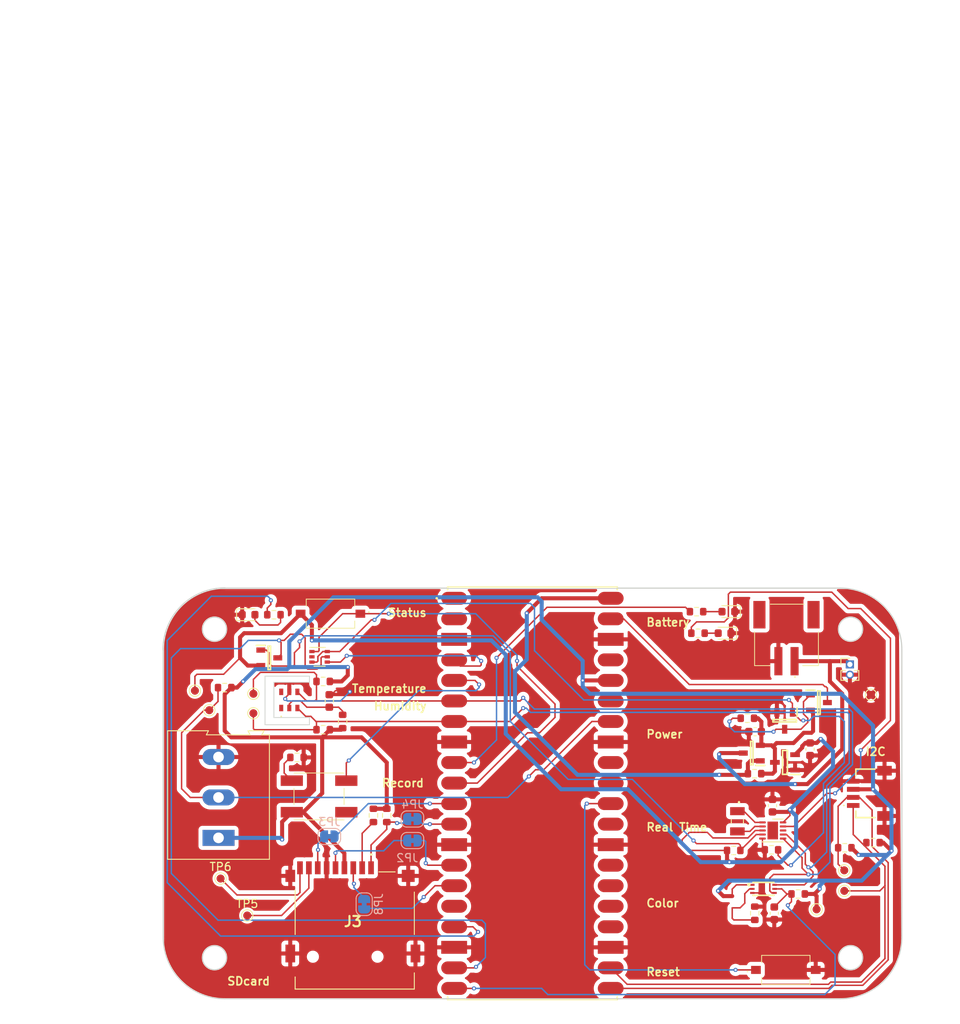
<source format=kicad_pcb>
(kicad_pcb (version 20221018) (generator pcbnew)
  (title_block (title "Picoboard") (rev "v1") (company "Microschool"))
  (layers (0 "F.Cu" signal) (31 "B.Cu" signal) (34 "B.Paste" user) (35 "F.Paste" user) (36 "B.SilkS" user "B.Silkscreen") (37 "F.SilkS" user "F.Silkscreen") (38 "B.Mask" user) (39 "F.Mask" user) (44 "Edge.Cuts" user))
  (net 0 "")
  (net 3 "/HOLD_VSYS_EN")
  (net 4 "/ACT_LED")
  (net 5 "/SWITCH_STATUS")
  (net 6 "/RTC_ALARM")
  (net 7 "/RESET")
  (net 9 "/I2C1_SDA")
  (net 15 "/RUN")
  (net 19 "+3.3V")
  (net 21 "VSYS")
  (net 22 "VBUS")
  (net 23 "GND")
  (net 24 "+BATT")
  (net 26 "Net-(U1-VDD)")
  (net 28 "Net-(Q2-Pad1)")
  (net 29 "Net-(U2-~{INT})")
  (net 30 "V+_A0")
  (net 31 "Net-(U2-OSCI)")
  (net 32 "Net-(U2-OSCO)")
  (net 33 "Net-(D1-A)")
  (net 37 "/VSYS_EN")
  (net 38 "/ALARM_LED")
  (net 39 "Net-(IC2-ADDR)")
  (net 41 "Net-(D2-A)")
  (net 42 "/CS")
  (net 43 "/SCK")
  (net 44 "/SDcard/CARDDET")
  (net 45 "/MISO")
  (net 46 "/MOSI")
  (net 47 "/I2C1_SCL")
  (net 48 "/I2C0_SDA")
  (net 49 "/I2C0_SCL")
  (net 50 "/LDO/VIN")
  (net 51 "Net-(R13-Pad2)")
  (net 52 "/Button")
  (net 53 "Net-(D4-A)")
  (net 54 "/Record")
  (net 55 "/DQ")
  (net 57 "Net-(J3-DAT1)")
  (net 58 "Net-(J3-PadCD1)")
  (net 59 "Net-(J3-DAT0)")
  (net 60 "Net-(J3-CD{slash}DAT3)")
  (footprint "DMN3731U-7:SOT96P240X110-3N" (layer "F.Cu") (at 177.407 88.264 -90)
    (fp_text reference "Q5")
    (fp_text value "DMN3731U-7" hide)
  )
  (footprint "LED_SMD:LED_0603_1608Metric" (layer "F.Cu") (at 169.9645 77.434 180)
    (fp_text reference "D2")
    (fp_text value "RedLED")
  )
  (footprint "TestPoint:TestPoint_Pad_D1.0mm" (layer "F.Cu") (at 111.636 84.927)
    (fp_text reference "TP4")
    (fp_text value "TestPoint")
  )
  (footprint "TestPoint:TestPoint_Pad_D1.0mm" (layer "F.Cu") (at 106.175 86.959)
    (fp_text reference "TP12")
    (fp_text value "TestPoint")
  )
  (footprint "TestPoint:TestPoint_Pad_D1.0mm" (layer "F.Cu") (at 110.874 112.359)
    (fp_text reference "TP5")
    (fp_text value "TestPoint")
  )
  (footprint "Resistor_SMD:R_0603_1608Metric" (layer "F.Cu") (at 117.034 92.801 180)
    (fp_text reference "R13")
    (fp_text value "10K" hide)
  )
  (footprint "Q13FC1350000200:Q13FC1350000200" (layer "F.Cu") (at 171.5536 100.7004 -90)
    (fp_text reference "Y1")
    (fp_text value "Q13FC1350000200" hide)
  )
  (footprint "Resistor_SMD:R_0603_1608Metric" (layer "F.Cu") (at 188.344 103.342)
    (fp_text reference "R4")
    (fp_text value "10K" hide)
  )
  (footprint "Resistor_SMD:R_0603_1608Metric" (layer "F.Cu") (at 173.679 94.812 180)
    (fp_text reference "R16")
    (fp_text value "120K" hide)
  )
  (footprint "Capacitor_SMD:C_0603_1608Metric" (layer "F.Cu") (at 175.897 98.77 90)
    (fp_text reference "C4")
    (fp_text value "1uF" hide)
  )
  (footprint "Resistor_SMD:R_0603_1608Metric" (layer "F.Cu") (at 179.073 109.692)
    (fp_text reference "R8")
    (fp_text value "1K" hide)
  )
  (footprint "DMG2301L-7:SOT96P240X110-3N" (layer "F.Cu") (at 113.605 80.482)
    (fp_text reference "Q3")
    (fp_text value "DMG2301L-7" hide)
  )
  (footprint "TF-115:TF115" (layer "F.Cu") (at 123.952 113.108)
    (fp_text reference "J3")
    (fp_text value "TF-115" hide)
  )
  (footprint "Resistor_SMD:R_0603_1608Metric" (layer "F.Cu") (at 114.176 75.148)
    (fp_text reference "R11" hide)
    (fp_text value "1K" hide)
  )
  (footprint "TestPoint:TestPoint_Pad_D1.0mm" (layer "F.Cu") (at 104.397 84.546)
    (fp_text reference "TP11")
    (fp_text value "TestPoint")
  )
  (footprint "TestPoint:TestPoint_Pad_D1.0mm" (layer "F.Cu") (at 181.359 111.597)
    (fp_text reference "TP9")
    (fp_text value "TestPoint")
  )
  (footprint "AP2138N-3.3TRG1:SOT95P282X145-3N" (layer "F.Cu") (at 177.447 93.414 180)
    (fp_text reference "IC3")
    (fp_text value "AP2138N-3.3TRG1" hide)
  )
  (footprint "Resistor_SMD:R_0603_1608Metric" (layer "F.Cu") (at 171.0964 104.3072)
    (fp_text reference "R2")
    (fp_text value "120K" hide)
  )
  (footprint "DMG2301L-7:SOT96P240X110-3N" (layer "F.Cu") (at 181.647 86.014)
    (fp_text reference "Q2")
    (fp_text value "DMG2301L-7" hide)
  )
  (footprint "Capacitor_SMD:C_0603_1608Metric" (layer "F.Cu") (at 121.034 85.816 90)
    (fp_text reference "C5")
    (fp_text value "0.1uF" hide)
  )
  (footprint "AHT20:AHT20" (layer "F.Cu") (at 116.081 85.689 90)
    (fp_text reference "U1")
    (fp_text value "AHT20" hide)
  )
  (footprint "Capacitor_SMD:C_0603_1608Metric" (layer "F.Cu") (at 180.547 91.785 -90)
    (fp_text reference "C1")
    (fp_text value "1uF" hide)
  )
  (footprint "Capacitor_SMD:C_0603_1608Metric" (layer "F.Cu") (at 173.747 89.614 180)
    (fp_text reference "C3" hide)
    (fp_text value "1uF" hide)
  )
  (footprint "LED_SMD:LED_0603_1608Metric" (layer "F.Cu") (at 111.0385 75.148)
    (fp_text reference "D4" hide)
    (fp_text value "RedLED")
  )
  (footprint "Capacitor_SMD:C_0603_1608Metric" (layer "F.Cu") (at 176.121 112.083 -90)
    (fp_text reference "C6")
    (fp_text value "1uF" hide)
  )
  (footprint "Resistor_SMD:R_0603_1608Metric" (layer "F.Cu") (at 166.677 77.434)
    (fp_text reference "R17")
    (fp_text value "1K" hide)
  )
  (footprint "LED_SMD:LED_0603_1608Metric" (layer "F.Cu") (at 170.437 74.767 180)
    (fp_text reference "D1")
    (fp_text value "WhiteLED")
  )
  (footprint "TestPoint:TestPoint_Pad_D1.0mm" (layer "F.Cu") (at 107.572 107.787)
    (fp_text reference "TP6")
    (fp_text value "TestPoint")
  )
  (footprint "Resistor_SMD:R_0603_1608Metric" (layer "F.Cu") (at 120.272 83.403)
    (fp_text reference "R6")
    (fp_text value "10K" hide)
  )
  (footprint "TS-1101-C-W:TS1101CW" (layer "F.Cu") (at 121.18 75.021 180)
    (fp_text reference "S2")
    (fp_text value "TS-1101-C-W" hide)
  )
  (footprint "TestPoint:TestPoint_Pad_D1.0mm" (layer "F.Cu") (at 184.788 109.311)
    (fp_text reference "TP1")
    (fp_text value "TestPoint")
  )
  (footprint "Resistor_SMD:R_0603_1608Metric" (layer "F.Cu") (at 166.5 74.767)
    (fp_text reference "R7")
    (fp_text value "1K" hide)
  )
  (footprint "TS-1101-C-W:TS1101CW" (layer "F.Cu") (at 177.549 119.09)
    (fp_text reference "S1")
    (fp_text value "TS-1101-C-W" hide)
  )
  (footprint "PICO_W:RASPBERRYPIPICOW" (layer "F.Cu") (at 146.18 97.246)
    (fp_text reference "IC1")
    (fp_text value "RASPBERRY_PI_PICO_W" hide)
  )
  (footprint "Connector_PinHeader_1.27mm:PinHeader_1x02_P1.27mm_Vertical" (layer "F.Cu") (at 185.48 81.296)
    (fp_text reference "J6" hide)
    (fp_text value "Conn_01x02_Pin")
  )
  (footprint "TestPoint:TestPoint_Pad_D1.0mm" (layer "F.Cu") (at 184.788 106.771)
    (fp_text reference "TP2")
    (fp_text value "TestPoint")
  )
  (footprint "Resistor_SMD:R_0603_1608Metric" (layer "F.Cu") (at 128.146 99.977 -90)
    (fp_text reference "R9")
    (fp_text value "47K" hide)
  )
  (footprint "Resistor_SMD:R_0603_1608Metric" (layer "F.Cu") (at 120.272 89.372)
    (fp_text reference "R3")
    (fp_text value "10K" hide)
  )
  (footprint "TestPoint:TestPoint_Pad_D1.0mm" (layer "F.Cu") (at 188.09 85.054 -90)
    (fp_text reference "TP10")
    (fp_text value "TestPoint")
  )
  (footprint "Resistor_SMD:R_0603_1608Metric" (layer "F.Cu") (at 108.08 84.165 180)
    (fp_text reference "R14")
    (fp_text value "4K7")
  )
  (footprint "Resistor_SMD:R_0603_1608Metric" (layer "F.Cu") (at 172.79 87.954)
    (fp_text reference "R1")
    (fp_text value "120K" hide)
  )
  (footprint "Resistor_SMD:R_0603_1608Metric" (layer "F.Cu") (at 184.851 103.977)
    (fp_text reference "R5")
    (fp_text value "10K" hide)
  )
  (footprint "Resistor_SMD:R_0603_1608Metric" (layer "F.Cu") (at 173.708 112.083 -90)
    (fp_text reference "R20")
    (fp_text value "10K" hide)
  )
  (footprint "Resistor_SMD:R_0603_1608Metric" (layer "F.Cu") (at 122.685 88.356 -90)
    (fp_text reference "R12")
    (fp_text value "220" hide)
  )
  (footprint "Package_TO_SOT_SMD:SOT-363_SC-70-6" (layer "F.Cu") (at 119.831 80.355)
    (fp_text reference "D3")
    (fp_text value "1PS88SB48")
  )
  (footprint "Package_DFN_QFN:DFN-10-1EP_2.6x2.6mm_P0.5mm_EP1.3x2.2mm" (layer "F.Cu") (at 175.933 101.84)
    (fp_text reference "U2")
    (fp_text value "PCF85063ATL")
  )
  (footprint "TerminalBlock:TerminalBlock_Altech_AK300-3_P5.00mm" (layer "F.Cu") (at 107.318 102.754 90)
    (fp_text reference "J5")
    (fp_text value "Screw_Terminal_01x03")
  )
  (footprint "SM04B-SRSS-TB:SM04BSRSSTB" (layer "F.Cu") (at 188.18 97.246 90)
    (fp_text reference "J4")
    (fp_text value "SM04B-SRSS-TB" hide)
  )
  (footprint "S2B-PH-SM4-TB(LF)(SN):S2BPHSM4TBLFSN" (layer "F.Cu") (at 177.63 77.646)
    (fp_text reference "J1")
    (fp_text value "S2B-PH-SM4-TB_LF__SN_" hide)
  )
  (footprint "TestPoint:TestPoint_Pad_D1.0mm" (layer "F.Cu") (at 111.636 87.34)
    (fp_text reference "TP3")
    (fp_text value "TestPoint")
  )
  (footprint "SKHUAKE010:SKHUAKE010" (layer "F.Cu") (at 119.764 97.627 180)
    (fp_text reference "S4")
    (fp_text value "SKHUAKE010" hide)
  )
  (footprint "Resistor_SMD:R_0603_1608Metric" (layer "F.Cu") (at 126.495 99.977 -90)
    (fp_text reference "R10")
    (fp_text value "47K" hide)
  )
  (footprint "BH1750:WSOF6" (layer "F.Cu") (at 174.777 109.065)
    (fp_text reference "IC2")
    (fp_text value "BH1750FVI-TR" hide)
  )
  (footprint "Resistor_SMD:R_0603_1608Metric" (layer "F.Cu") (at 175.771 104.231)
    (fp_text reference "R15" hide)
    (fp_text value "620K" hide)
  )
  (footprint "DMG2301L-7:SOT96P240X110-3N" (layer "F.Cu") (at 173.337 92.264 180)
    (fp_text reference "Q1")
    (fp_text value "DMG2301L-7" hide)
  )
  (footprint "Jumper:SolderJumper-2_P1.3mm_Bridged_RoundedPad1.0x1.5mm" (layer "B.Cu") (at 121.034 102.58 180)
    (fp_text reference "JP3")
    (fp_text value "Jumper_2_Bridged")
  )
  (footprint "Jumper:SolderJumper-2_P1.3mm_Bridged_RoundedPad1.0x1.5mm" (layer "B.Cu") (at 125.352 110.962 90)
    (fp_text reference "JP8")
    (fp_text value "Jumper_2_Bridged")
  )
  (footprint "Jumper:SolderJumper-2_P1.3mm_Bridged_RoundedPad1.0x1.5mm" (layer "B.Cu") (at 131.321 103.088 180)
    (fp_text reference "JP2")
    (fp_text value "Jumper_2_Bridged")
  )
  (footprint "Jumper:SolderJumper-2_P1.3mm_Bridged_RoundedPad1.0x1.5mm" (layer "B.Cu") (at 131.321 100.421 180)
    (fp_text reference "JP4")
    (fp_text value "Jumper_2_Bridged")
  )
  (gr_arc (start 191.9125 115.0385) (mid 189.680654 120.426654) (end 184.2925 122.6585) (stroke (width 0.15)) (layer "Edge.Cuts"))
  (gr_line (start 118.576 87.866) (end 118.576 88.766) (stroke (width 0.1)) (layer "Edge.Cuts"))
  (gr_circle (center 106.8225 76.9385) (end 108.3225 76.9385) (stroke (width 0.15)) (fill none) (layer "Edge.Cuts"))
  (gr_line (start 184.2925 122.6585) (end 108.0925 122.6585) (stroke (width 0.15)) (layer "Edge.Cuts"))
  (gr_line (start 118.576 88.766) (end 113.076 88.766) (stroke (width 0.1)) (layer "Edge.Cuts"))
  (gr_line (start 114.176 87.866) (end 118.576 87.866) (stroke (width 0.1)) (layer "Edge.Cuts"))
  (gr_line (start 118.577 82.75) (end 118.576 83.512) (stroke (width 0.1)) (layer "Edge.Cuts"))
  (gr_line (start 118.576 83.512) (end 114.176 83.512) (stroke (width 0.1)) (layer "Edge.Cuts"))
  (gr_arc (start 100.4725 79.4785) (mid 102.704346 74.090346) (end 108.0925 71.8585) (stroke (width 0.2)) (layer "Edge.Cuts"))
  (gr_line (start 100.4725 115.0385) (end 100.4725 79.4785) (stroke (width 0.15)) (layer "Edge.Cuts"))
  (gr_line (start 108.0925 71.8585) (end 184.2925 71.8585) (stroke (width 0.15)) (layer "Edge.Cuts"))
  (gr_line (start 113.076 88.766) (end 113.077 82.75) (stroke (width 0.1)) (layer "Edge.Cuts"))
  (gr_circle (center 185.5625 76.9385) (end 187.0625 76.9385) (stroke (width 0.15)) (fill none) (layer "Edge.Cuts"))
  (gr_line (start 191.9125 79.4785) (end 191.9125 115.0385) (stroke (width 0.15)) (layer "Edge.Cuts"))
  (gr_circle (center 185.5625 117.5785) (end 187.0625 117.5785) (stroke (width 0.15)) (fill none) (layer "Edge.Cuts"))
  (gr_line (start 114.176 83.512) (end 114.176 87.866) (stroke (width 0.1)) (layer "Edge.Cuts"))
  (gr_arc (start 184.2925 71.8585) (mid 189.680654 74.090346) (end 191.9125 79.4785) (stroke (width 0.15)) (layer "Edge.Cuts"))
  (gr_line (start 113.077 82.75) (end 118.577 82.75) (stroke (width 0.1)) (layer "Edge.Cuts"))
  (gr_arc (start 108.0925 122.6585) (mid 102.704346 120.426654) (end 100.4725 115.0385) (stroke (width 0.15)) (layer "Edge.Cuts"))
  (gr_circle (center 106.8225 117.5785) (end 108.3225 117.5785) (stroke (width 0.15)) (fill none) (layer "Edge.Cuts"))
  (gr_text "Record" (at 132.845 95.976) (layer "F.SilkS") (effects (font (size 1 1) (thickness 0.2) bold) (justify right)))
  (gr_text "Reset" (at 160.18 119.344) (layer "F.SilkS") (effects (font (size 1 1) (thickness 0.2) bold) (justify left)))
  (gr_text "Power " (at 160.18 90.515) (layer "F.SilkS") (effects (font (size 1 1) (thickness 0.2) bold) (justify left bottom)))
  (gr_text "Status" (at 133.18 74.894) (layer "F.SilkS") (effects (font (size 1 1) (thickness 0.2) bold) (justify right)))
  (gr_text "Battery" (at 160.18 76.672) (layer "F.SilkS") (effects (font (size 1 1) (thickness 0.2) bold) (justify left bottom)))
  (gr_text "Humidity" (at 133.18 86.451) (layer "F.SilkS") (effects (font (size 1 1) (thickness 0.2) bold) (justify right)))
  (gr_text "I2C" (at 187.328 92.674) (layer "F.SilkS") (effects (font (size 1 1) (thickness 0.2) bold) (justify left bottom)))
  (gr_text "SDcard" (at 113.795 120.487) (layer "F.SilkS") (effects (font (size 1 1) (thickness 0.2) bold) (justify right)))
  (gr_text "Real Time " (at 160.18 101.437) (layer "F.SilkS") (effects (font (size 1 1) (thickness 0.2) bold) (justify left)))
  (gr_text "Color \n" (at 160.18 110.835) (layer "F.SilkS") (effects (font (size 1 1) (thickness 0.2) bold) (justify left)))
  (gr_text "Temperature" (at 133.18 84.292) (layer "F.SilkS") (effects (font (size 1 1) (thickness 0.2) bold) (justify right)))
  (segment (start 139.83 81.371) (end 139.703 81.498) (width 0.18) (layer "F.Cu") (net 3))
  (segment (start 139.703 81.498) (end 137.252 81.498) (width 0.18) (layer "F.Cu") (net 3))
  (segment (start 120.781 81.005) (end 122.416 81.005) (width 0.18) (layer "F.Cu") (net 3))
  (segment (start 139.83 80.863) (end 139.83 81.371) (width 0.18) (layer "F.Cu") (net 3))
  (segment (start 137.252 81.498) (end 136.49 80.736) (width 0.18) (layer "F.Cu") (net 3))
  (segment (start 122.416 81.005) (end 123.193 80.228) (width 0.18) (layer "F.Cu") (net 3))
  (via (at 123.193 80.228) (size 0.508) (drill 0.254) (layers "F.Cu" "B.Cu") (net 3))
  (via (at 139.83 80.863) (size 0.508) (drill 0.254) (layers "F.Cu" "B.Cu") (net 3))
  (segment (start 123.193 80.228) (end 139.195 80.228) (width 0.18) (layer "B.Cu") (net 3))
  (segment (start 139.195 80.228) (end 139.83 80.863) (width 0.18) (layer "B.Cu") (net 3))
  (segment (start 136.49 93.436) (end 138.941 93.436) (width 0.18) (layer "F.Cu") (net 4))
  (segment (start 141.735 80.482) (end 147.991 74.226) (width 0.18) (layer "F.Cu") (net 4))
  (segment (start 165.134 74.226) (end 165.675 74.767) (width 0.18) (layer "F.Cu") (net 4))
  (segment (start 147.991 74.226) (end 165.134 74.226) (width 0.18) (layer "F.Cu") (net 4))
  (via (at 141.735 80.482) (size 0.508) (drill 0.254) (layers "F.Cu" "B.Cu") (net 4))
  (via (at 138.941 93.436) (size 0.508) (drill 0.254) (layers "F.Cu" "B.Cu") (net 4))
  (segment (start 141.735 90.642) (end 138.941 93.436) (width 0.18) (layer "B.Cu") (net 4))
  (segment (start 141.735 80.482) (end 141.735 90.642) (width 0.18) (layer "B.Cu") (net 4))
  (segment (start 119.764 77.942) (end 122.685 75.021) (width 0.18) (layer "F.Cu") (net 5))
  (segment (start 145.580617 89.753) (end 147.069 89.753) (width 0.18) (layer "F.Cu") (net 5))
  (segment (start 119.764 79.593) (end 119.764 77.942) (width 0.18) (layer "F.Cu") (net 5))
  (segment (start 144.275 80.863) (end 144.275 80.99) (width 0.18) (layer "F.Cu") (net 5))
  (segment (start 119.652 79.705) (end 119.764 79.593) (width 0.18) (layer "F.Cu") (net 5))
  (segment (start 148.974 87.848) (end 148.974 86.197) (width 0.18) (layer "F.Cu") (net 5))
  (segment (start 122.685 75.021) (end 124.88 75.021) (width 0.18) (layer "F.Cu") (net 5))
  (segment (start 139.357617 95.976) (end 145.580617 89.753) (width 0.18) (layer "F.Cu") (net 5))
  (segment (start 118.881 79.705) (end 119.652 79.705) (width 0.18) (layer "F.Cu") (net 5))
  (segment (start 148.974 86.197) (end 144.275 81.498) (width 0.18) (layer "F.Cu") (net 5))
  (segment (start 136.49 95.976) (end 139.357617 95.976) (width 0.18) (layer "F.Cu") (net 5))
  (segment (start 124.88 75.021) (end 128.4 75.021) (width 0.18) (layer "F.Cu") (net 5))
  (segment (start 144.275 81.498) (end 144.275 80.863) (width 0.18) (layer "F.Cu") (net 5))
  (segment (start 147.069 89.753) (end 148.974 87.848) (width 0.18) (layer "F.Cu") (net 5))
  (via (at 144.275 80.863) (size 0.508) (drill 0.254) (layers "F.Cu" "B.Cu") (net 5))
  (via (at 128.4 75.021) (size 0.508) (drill 0.254) (layers "F.Cu" "B.Cu") (net 5))
  (segment (start 139.155646 75.021) (end 128.4 75.021) (width 0.18) (layer "B.Cu") (net 5))
  (segment (start 144.275 80.863) (end 144.275 80.140354) (width 0.18) (layer "B.Cu") (net 5))
  (segment (start 144.275 80.140354) (end 139.155646 75.021) (width 0.18) (layer "B.Cu") (net 5))
  (segment (start 120.018 81.371) (end 119.51 81.879) (width 0.18) (layer "F.Cu") (net 6))
  (segment (start 118.367 81.879) (end 118.042 81.554) (width 0.18) (layer "F.Cu") (net 6))
  (segment (start 118.042 81.554) (end 118.042 77.998) (width 0.18) (layer "F.Cu") (net 6))
  (segment (start 117.605 77.561) (end 116.208 77.561) (width 0.18) (layer "F.Cu") (net 6))
  (segment (start 119.51 81.879) (end 118.367 81.879) (width 0.18) (layer "F.Cu") (net 6))
  (segment (start 115.446 78.323) (end 114.811 78.323) (width 0.18) (layer "F.Cu") (net 6))
  (segment (start 120.145 80.355) (end 120.018 80.482) (width 0.18) (layer "F.Cu") (net 6))
  (segment (start 120.018 80.482) (end 120.018 81.371) (width 0.18) (layer "F.Cu") (net 6))
  (segment (start 120.781 80.355) (end 120.145 80.355) (width 0.18) (layer "F.Cu") (net 6))
  (segment (start 115.065 78.577) (end 115.065 80.072) (width 0.18) (layer "F.Cu") (net 6))
  (segment (start 139.068 118.836) (end 139.195 118.709) (width 0.18) (layer "F.Cu") (net 6))
  (segment (start 136.49 118.836) (end 139.068 118.836) (width 0.18) (layer "F.Cu") (net 6))
  (segment (start 116.208 77.561) (end 115.446 78.323) (width 0.18) (layer "F.Cu") (net 6))
  (segment (start 114.811 78.323) (end 115.065 78.577) (width 0.18) (layer "F.Cu") (net 6))
  (segment (start 115.065 80.072) (end 114.655 80.482) (width 0.18) (layer "F.Cu") (net 6))
  (segment (start 118.042 77.998) (end 117.605 77.561) (width 0.18) (layer "F.Cu") (net 6))
  (via (at 139.195 118.709) (size 0.508) (drill 0.254) (layers "F.Cu" "B.Cu") (net 6))
  (via (at 114.811 78.323) (size 0.508) (drill 0.254) (layers "F.Cu" "B.Cu") (net 6))
  (segment (start 109.985 79.339) (end 111.001 78.323) (width 0.18) (layer "B.Cu") (net 6))
  (segment (start 140.357 113.375) (end 139.92 112.938) (width 0.18) (layer "B.Cu") (net 6))
  (segment (start 102.619 79.339) (end 109.985 79.339) (width 0.18) (layer "B.Cu") (net 6))
  (segment (start 111.001 78.323) (end 114.811 78.323) (width 0.18) (layer "B.Cu") (net 6))
  (segment (start 107.247 112.938) (end 107.247 112.923) (width 0.18) (layer "B.Cu") (net 6))
  (segment (start 140.357 117.547) (end 140.357 113.375) (width 0.18) (layer "B.Cu") (net 6))
  (segment (start 139.195 118.709) (end 140.357 117.547) (width 0.18) (layer "B.Cu") (net 6))
  (segment (start 139.92 112.938) (end 107.247 112.938) (width 0.18) (layer "B.Cu") (net 6))
  (segment (start 101.476 107.152) (end 101.476 80.482) (width 0.18) (layer "B.Cu") (net 6))
  (segment (start 101.476 80.482) (end 102.619 79.339) (width 0.18) (layer "B.Cu") (net 6))
  (segment (start 107.247 112.923) (end 101.476 107.152) (width 0.18) (layer "B.Cu") (net 6))
  (segment (start 178.248 110.644) (end 178.248 109.692) (width 0.18) (layer "F.Cu") (net 7))
  (segment (start 176.121 111.308) (end 177.676 109.753) (width 0.18) (layer "F.Cu") (net 7))
  (segment (start 136.49 121.376) (end 138.941 121.376) (width 0.18) (layer "F.Cu") (net 7))
  (segment (start 177.676 109.753) (end 177.676 109.692) (width 0.18) (layer "F.Cu") (net 7))
  (segment (start 177.033 109.065) (end 176.152 109.065) (width 0.18) (layer "F.Cu") (net 7))
  (segment (start 177.041 109.057) (end 177.033 109.065) (width 0.18) (layer "F.Cu") (net 7))
  (segment (start 177.676 109.692) (end 177.041 109.057) (width 0.18) (layer "F.Cu") (net 7))
  (segment (start 178.248 109.692) (end 177.676 109.692) (width 0.18) (layer "F.Cu") (net 7))
  (segment (start 177.803 111.089) (end 178.248 110.644) (width 0.18) (layer "F.Cu") (net 7))
  (via (at 138.941 121.376) (size 0.508) (drill 0.254) (layers "F.Cu" "B.Cu") (net 7))
  (via (at 177.803 111.089) (size 0.508) (drill 0.254) (layers "F.Cu" "B.Cu") (net 7))
  (segment (start 147.323 121.376) (end 138.941 121.376) (width 0.18) (layer "B.Cu") (net 7))
  (segment (start 148.085 122.138) (end 147.323 121.376) (width 0.18) (layer "B.Cu") (net 7))
  (segment (start 177.803 111.343) (end 183.645 117.185) (width 0.18) (layer "B.Cu") (net 7))
  (segment (start 183.645 117.185) (end 183.645 120.868) (width 0.18) (layer "B.Cu") (net 7))
  (segment (start 183.645 120.868) (end 182.375 122.138) (width 0.18) (layer "B.Cu") (net 7))
  (segment (start 182.375 122.138) (end 148.085 122.138) (width 0.18) (layer "B.Cu") (net 7))
  (segment (start 177.803 111.089) (end 177.803 111.343) (width 0.18) (layer "B.Cu") (net 7))
  (segment (start 176.152 109.565) (end 175.813594 109.565) (width 0.18) (layer "F.Cu") (net 9))
  (segment (start 118.208 85.816) (end 117.081 84.689) (width 0.18) (layer "F.Cu") (net 9))
  (segment (start 179.562 106.498) (end 180.343 107.279) (width 0.18) (layer "F.Cu") (net 9))
  (segment (start 179.562 105.194) (end 179.562 106.498) (width 0.18) (layer "F.Cu") (net 9))
  (segment (start 111.636 84.927) (end 111.636 83.149) (width 0.18) (layer "F.Cu") (net 9))
  (segment (start 175.567 109.318406) (end 175.567 107.737) (width 0.18) (layer "F.Cu") (net 9))
  (segment (start 144.656 85.816) (end 145.037 85.435) (width 0.18) (layer "F.Cu") (net 9))
  (segment (start 177.208 102.84) (end 179.562 105.194) (width 0.18) (layer "F.Cu") (net 9))
  (segment (start 136.49 85.816) (end 119.256 85.816) (width 0.18) (layer "F.Cu") (net 9))
  (segment (start 111.636 83.149) (end 112.506 82.279) (width 0.18) (layer "F.Cu") (net 9))
  (segment (start 175.813594 109.565) (end 175.567 109.318406) (width 0.18) (layer "F.Cu") (net 9))
  (segment (start 119.447 85.625) (end 119.256 85.816) (width 0.18) (layer "F.Cu") (net 9))
  (segment (start 119.447 83.403) (end 119.447 85.625) (width 0.18) (layer "F.Cu") (net 9))
  (segment (start 119.148 82.279) (end 119.447 82.578) (width 0.18) (layer "F.Cu") (net 9))
  (segment (start 175.567 107.737) (end 176.025 107.279) (width 0.18) (layer "F.Cu") (net 9))
  (segment (start 176.025 107.279) (end 180.343 107.279) (width 0.18) (layer "F.Cu") (net 9))
  (segment (start 112.506 82.279) (end 119.148 82.279) (width 0.18) (layer "F.Cu") (net 9))
  (segment (start 119.256 85.816) (end 118.208 85.816) (width 0.18) (layer "F.Cu") (net 9))
  (segment (start 136.363 85.816) (end 144.656 85.816) (width 0.18) (layer "F.Cu") (net 9))
  (segment (start 119.447 82.578) (end 119.447 83.403) (width 0.18) (layer "F.Cu") (net 9))
  (via (at 180.343 107.279) (size 0.508) (drill 0.254) (layers "F.Cu" "B.Cu") (net 9))
  (via (at 145.037 85.435) (size 0.508) (drill 0.254) (layers "F.Cu" "B.Cu") (net 9))
  (segment (start 146.415 86.813) (end 185.404 86.813) (width 0.18) (layer "B.Cu") (net 9))
  (segment (start 185.804 93.69) (end 183.01 96.484) (width 0.18) (layer "B.Cu") (net 9))
  (segment (start 183.01 96.484) (end 183.01 105.755) (width 0.18) (layer "B.Cu") (net 9))
  (segment (start 145.037 85.435) (end 146.415 86.813) (width 0.18) (layer "B.Cu") (net 9))
  (segment (start 185.404 86.813) (end 185.804 87.213) (width 0.18) (layer "B.Cu") (net 9))
  (segment (start 185.804 87.213) (end 185.804 93.69) (width 0.18) (layer "B.Cu") (net 9))
  (segment (start 181.486 107.279) (end 180.343 107.279) (width 0.18) (layer "B.Cu") (net 9))
  (segment (start 183.01 105.755) (end 181.486 107.279) (width 0.18) (layer "B.Cu") (net 9))
  (segment (start 152.911 98.516) (end 155.87 98.516) (width 0.18) (layer "F.Cu") (net 15))
  (segment (start 173.849 119.09) (end 171.326 119.09) (width 0.18) (layer "F.Cu") (net 15))
  (via (at 171.326 119.09) (size 0.508) (drill 0.254) (layers "F.Cu" "B.Cu") (net 15))
  (via (at 152.911 98.516) (size 0.508) (drill 0.254) (layers "F.Cu" "B.Cu") (net 15))
  (segment (start 153.292 119.09) (end 152.657 118.455) (width 0.18) (layer "B.Cu") (net 15))
  (segment (start 171.326 119.09) (end 153.292 119.09) (width 0.18) (layer "B.Cu") (net 15))
  (segment (start 152.657 118.455) (end 152.657 98.77) (width 0.18) (layer "B.Cu") (net 15))
  (segment (start 152.657 98.77) (end 152.911 98.516) (width 0.18) (layer "B.Cu") (net 15))
  (segment (start 122.558 83.403) (end 123.32 82.641) (width 0.5) (layer "F.Cu") (net 19))
  (segment (start 173.402 108.565) (end 171.437 108.565) (width 0.18) (layer "F.Cu") (net 19))
  (segment (start 115.192 100.774) (end 115.192 102.961) (width 0.5) (layer "F.Cu") (net 19))
  (segment (start 181.359 109.946) (end 181.359 111.597) (width 0.5) (layer "F.Cu") (net 19))
  (segment (start 181.105 109.692) (end 181.359 109.946) (width 0.5) (layer "F.Cu") (net 19))
  (segment (start 188.336 96.746) (end 188.344 96.738) (width 0.5) (layer "F.Cu") (net 19))
  (segment (start 116.389 99.577) (end 117.814 99.577) (width 0.5) (layer "F.Cu") (net 19))
  (segment (start 122.902 104.665) (end 117.814 99.577) (width 0.5) (layer "F.Cu") (net 19))
  (segment (start 120.152 97.239) (end 120.152 90.317) (width 0.5) (layer "F.Cu") (net 19))
  (segment (start 121.097 89.372) (end 122.494 89.372) (width 0.5) (layer "F.Cu") (net 19))
  (segment (start 185.893 96.746) (end 188.336 96.746) (width 0.5) (layer "F.Cu") (net 19))
  (segment (start 120.152 90.317) (end 108.898 90.317) (width 0.5) (layer "F.Cu") (net 19))
  (segment (start 123.32 82.641) (end 123.32 81.625) (width 0.5) (layer "F.Cu") (net 19))
  (segment (start 108.08 89.499) (end 108.08 84.99) (width 0.5) (layer "F.Cu") (net 19))
  (segment (start 116.389 99.577) (end 115.192 100.774) (width 0.5) (layer "F.Cu") (net 19))
  (segment (start 171.437 108.565) (end 170.914 109.088) (width 0.18) (layer "F.Cu") (net 19))
  (segment (start 185.676 103.977) (end 185.677 103.977) (width 0.5) (layer "F.Cu") (net 19))
  (segment (start 109.604 84.165) (end 110.366 83.403) (width 0.5) (layer "F.Cu") (net 19))
  (segment (start 189.614 103.342) (end 190.63 104.358) (width 0.5) (layer "F.Cu") (net 19))
  (segment (start 125.027 90.317) (end 128.146 93.436) (width 0.5) (layer "F.Cu") (net 19))
  (segment (start 169.167 109.311) (end 169.817 109.961) (width 0.5) (layer "F.Cu") (net 19))
  (segment (start 155.87 83.276) (end 152.403 83.276) (width 0.5) (layer "F.Cu") (net 19))
  (segment (start 185.677 103.977) (end 186.566 104.866) (width 0.5) (layer "F.Cu") (net 19))
  (segment (start 169.817 109.961) (end 170.914 109.961) (width 0.5) (layer "F.Cu") (net 19))
  (segment (start 108.08 84.99) (end 108.905 84.165) (width 0.5) (layer "F.Cu") (net 19))
  (segment (start 128.146 93.436) (end 128.146 99.152) (width 0.5) (layer "F.Cu") (net 19))
  (segment (start 120.152 90.317) (end 125.027 90.317) (width 0.5) (layer "F.Cu") (net 19))
  (segment (start 121.097 89.372) (end 120.152 90.317) (width 0.5) (layer "F.Cu") (net 19))
  (segment (start 179.898 109.692) (end 181.105 109.692) (width 0.5) (layer "F.Cu") (net 19))
  (segment (start 121.097 83.403) (end 122.558 83.403) (width 0.5) (layer "F.Cu") (net 19))
  (segment (start 117.814 99.577) (end 120.152 97.239) (width 0.5) (layer "F.Cu") (net 19))
  (segment (start 122.494 89.372) (end 122.685 89.181) (width 0.5) (layer "F.Cu") (net 19))
  (segment (start 189.169 103.342) (end 189.614 103.342) (width 0.5) (layer "F.Cu") (net 19))
  (segment (start 181.105 109.692) (end 181.74 109.057) (width 0.5) (layer "F.Cu") (net 19))
  (segment (start 122.902 106.458) (end 122.902 104.665) (width 0.5) (layer "F.Cu") (net 19))
  (segment (start 170.914 109.088) (end 170.914 109.961) (width 0.18) (layer "F.Cu") (net 19))
  (segment (start 108.898 90.317) (end 108.08 89.499) (width 0.5) (layer "F.Cu") (net 19))
  (segment (start 108.905 84.165) (end 109.604 84.165) (width 0.5) (layer "F.Cu") (net 19))
  (segment (start 126.495 99.152) (end 128.146 99.152) (width 0.5) (layer "F.Cu") (net 19))
  (via (at 190.63 104.358) (size 0.508) (drill 0.254) (layers "F.Cu" "B.Cu") (net 19))
  (via (at 181.74 109.057) (size 0.508) (drill 0.254) (layers "F.Cu" "B.Cu") (net 19))
  (via (at 188.344 96.738) (size 0.508) (drill 0.254) (layers "F.Cu" "B.Cu") (net 19))
  (via (at 152.403 83.276) (size 0.508) (drill 0.254) (layers "F.Cu" "B.Cu") (net 19))
  (via (at 115.192 102.961) (size 0.508) (drill 0.254) (layers "F.Cu" "B.Cu") (net 19))
  (via (at 169.167 109.311) (size 0.508) (drill 0.254) (layers "F.Cu" "B.Cu") (net 19))
  (via (at 186.566 104.866) (size 0.508) (drill 0.254) (layers "F.Cu" "B.Cu") (net 19))
  (via (at 110.366 83.403) (size 0.508) (drill 0.254) (layers "F.Cu" "B.Cu") (net 19))
  (via (at 123.32 81.625) (size 0.508) (drill 0.254) (layers "F.Cu" "B.Cu") (net 19))
  (segment (start 188.344 96.738) (end 188.344 88.864) (width 0.5) (layer "B.Cu") (net 19))
  (segment (start 152.403 80.855109) (end 147.323 75.775109) (width 0.5) (layer "B.Cu") (net 19))
  (segment (start 181.74 109.057) (end 181.74 108.676) (width 0.5) (layer "B.Cu") (net 19))
  (segment (start 188.344 88.864) (end 184.407 84.927) (width 0.5) (layer "B.Cu") (net 19))
  (segment (start 116.081 81.625) (end 123.32 81.625) (width 0.5) (layer "B.Cu") (net 19))
  (segment (start 146.815 72.989) (end 121.542 72.989) (width 0.5) (layer "B.Cu") (net 19))
  (segment (start 182.375 108.041) (end 186.947 108.041) (width 0.5) (layer "B.Cu") (net 19))
  (segment (start 190.63 99.024) (end 188.344 96.738) (width 0.5) (layer "B.Cu") (net 19))
  (segment (start 147.323 75.775109) (end 147.323 73.751) (width 0.5) (layer "B.Cu") (net 19))
  (segment (start 115.827 81.879) (end 111.89 81.879) (width 0.5) (layer "B.Cu") (net 19))
  (segment (start 169.167 109.311) (end 170.437 108.041) (width 0.5) (layer "B.Cu") (net 19))
  (segment (start 170.437 108.041) (end 182.375 108.041) (width 0.5) (layer "B.Cu") (net 19))
  (segment (start 119.129 75.402) (end 116.081 78.45) (width 0.5) (layer "B.Cu") (net 19))
  (segment (start 181.74 108.676) (end 182.375 108.041) (width 0.5) (layer "B.Cu") (net 19))
  (segment (start 153.292 84.927) (end 152.403 84.038) (width 0.5) (layer "B.Cu") (net 19))
  (segment (start 107.318 102.754) (end 114.985 102.754) (width 0.5) (layer "B.Cu") (net 19))
  (segment (start 190.63 104.358) (end 190.63 99.024) (width 0.5) (layer "B.Cu") (net 19))
  (segment (start 147.323 73.751) (end 147.323 73.497) (width 0.5) (layer "B.Cu") (net 19))
  (segment (start 152.403 83.276) (end 152.403 80.855109) (width 0.5) (layer "B.Cu") (net 19))
  (segment (start 147.323 73.497) (end 146.815 72.989) (width 0.5) (layer "B.Cu") (net 19))
  (segment (start 114.985 102.754) (end 115.192 102.961) (width 0.5) (layer "B.Cu") (net 19))
  (segment (start 186.566 104.866) (end 190.122 104.866) (width 0.5) (layer "B.Cu") (net 19))
  (segment (start 152.403 84.038) (end 152.403 83.276) (width 0.5) (layer "B.Cu") (net 19))
  (segment (start 184.407 84.927) (end 153.292 84.927) (width 0.5) (layer "B.Cu") (net 19))
  (segment (start 186.947 108.041) (end 190.63 104.358) (width 0.5) (layer "B.Cu") (net 19))
  (segment (start 116.081 81.625) (end 115.827 81.879) (width 0.5) (layer "B.Cu") (net 19))
  (segment (start 111.89 81.879) (end 110.366 83.403) (width 0.5) (layer "B.Cu") (net 19))
  (segment (start 190.122 104.866) (end 190.63 104.358) (width 0.5) (layer "B.Cu") (net 19))
  (segment (start 121.542 72.989) (end 119.129 75.402) (width 0.5) (layer "B.Cu") (net 19))
  (segment (start 116.081 78.45) (end 116.081 81.625) (width 0.5) (layer "B.Cu") (net 19))
  (segment (start 182.375 84.038) (end 182.502 84.038) (width 0.18) (layer "F.Cu") (net 21))
  (segment (start 182.697 84.233) (end 182.502 84.038) (width 0.18) (layer "F.Cu") (net 21))
  (segment (start 155.87 75.656) (end 157.47 75.656) (width 0.18) (layer "F.Cu") (net 21))
  (segment (start 182.697 86.014) (end 182.697 84.233) (width 0.18) (layer "F.Cu") (net 21))
  (segment (start 165.598 83.784) (end 182.121 83.784) (width 0.18) (layer "F.Cu") (net 21))
  (segment (start 157.47 75.656) (end 165.598 83.784) (width 0.18) (layer "F.Cu") (net 21))
  (segment (start 182.121 83.784) (end 182.375 84.038) (width 0.18) (layer "F.Cu") (net 21))
  (segment (start 173.189 93.224) (end 172.85 93.563) (width 0.5) (layer "F.Cu") (net 22))
  (segment (start 169.294 94.96) (end 172.706 94.96) (width 0.5) (layer "F.Cu") (net 22))
  (segment (start 145.4815 74.9575) (end 147.323 73.116) (width 0.5) (layer "F.Cu") (net 22))
  (segment (start 174.387 93.224) (end 173.189 93.224) (width 0.5) (layer "F.Cu") (net 22))
  (segment (start 147.323 73.116) (end 155.87 73.116) (width 0.5) (layer "F.Cu") (net 22))
  (segment (start 172.706 94.96) (end 172.854 94.812) (width 0.5) (layer "F.Cu") (net 22))
  (segment (start 172.854 93.567) (end 172.854 94.812) (width 0.5) (layer "F.Cu") (net 22))
  (segment (start 172.85 93.563) (end 172.854 93.567) (width 0.5) (layer "F.Cu") (net 22))
  (via (at 169.294 94.96) (size 0.508) (drill 0.254) (layers "F.Cu" "B.Cu") (net 22))
  (via (at 145.4815 74.9575) (size 0.508) (drill 0.254) (layers "F.Cu" "B.Cu") (net 22))
  (segment (start 169.294 94.96) (end 151.760109 94.96) (width 0.5) (layer "B.Cu") (net 22))
  (segment (start 144.021 82.140891) (end 145.4815 80.680391) (width 0.5) (layer "B.Cu") (net 22))
  (segment (start 144.021 87.220891) (end 144.021 82.140891) (width 0.5) (layer "B.Cu") (net 22))
  (segment (start 145.4815 80.680391) (end 145.4815 74.9575) (width 0.5) (layer "B.Cu") (net 22))
  (segment (start 151.760109 94.96) (end 144.021 87.220891) (width 0.5) (layer "B.Cu") (net 22))
  (segment (start 174.658 102.84) (end 174.658 103.943) (width 0.18) (layer "F.Cu") (net 23))
  (segment (start 121.301 85.041) (end 121.796 84.546) (width 0.18) (layer "F.Cu") (net 23))
  (segment (start 121.034 85.041) (end 121.301 85.041) (width 0.18) (layer "F.Cu") (net 23))
  (segment (start 173.708 111.258) (end 174.797 111.258) (width 0.18) (layer "F.Cu") (net 23))
  (segment (start 115.573 85.562) (end 115.573 85.435) (width 0.18) (layer "F.Cu") (net 23))
  (segment (start 173.402 109.565) (end 174.374 109.565) (width 0.18) (layer "F.Cu") (net 23))
  (segment (start 175.009 112.867) (end 175.018 112.858) (width 0.18) (layer "F.Cu") (net 23))
  (segment (start 174.797 111.258) (end 174.882 111.343) (width 0.18) (layer "F.Cu") (net 23))
  (segment (start 174.658 103.943) (end 174.946 104.231) (width 0.18) (layer "F.Cu") (net 23))
  (segment (start 174.882 112.74) (end 175.009 112.867) (width 0.18) (layer "F.Cu") (net 23))
  (segment (start 123.447 84.546) (end 123.574 84.673) (width 0.18) (layer "F.Cu") (net 23))
  (segment (start 121.796 84.546) (end 123.447 84.546) (width 0.18) (layer "F.Cu") (net 23))
  (segment (start 174.882 111.343) (end 174.882 112.74) (width 0.18) (layer "F.Cu") (net 23))
  (segment (start 175.018 112.858) (end 176.121 112.858) (width 0.18) (layer "F.Cu") (net 23))
  (segment (start 116.081 84.927) (end 116.081 84.689) (width 0.18) (layer "F.Cu") (net 23))
  (segment (start 115.573 85.435) (end 116.081 84.927) (width 0.18) (layer "F.Cu") (net 23))
  (via (at 115.573 85.562) (size 0.508) (drill 0.254) (layers "F.Cu" "B.Cu") (net 23))
  (via (at 123.574 84.673) (size 0.508) (drill 0.254) (layers "F.Cu" "B.Cu") (net 23))
  (segment (start 115.573 85.562) (end 115.827 85.816) (width 0.18) (layer "B.Cu") (net 23))
  (segment (start 122.431 85.816) (end 123.574 84.673) (width 0.18) (layer "B.Cu") (net 23))
  (segment (start 115.827 85.816) (end 122.431 85.816) (width 0.18) (layer "B.Cu") (net 23))
  (segment (start 184.534 91.785) (end 180.216 96.103) (width 0.5) (layer "F.Cu") (net 24))
  (segment (start 185.08 80.896) (end 185.48 81.296) (width 0.5) (layer "F.Cu") (net 24))
  (segment (start 172.287 92.264) (end 169.45 92.264) (width 0.5) (layer "F.Cu") (net 24))
  (segment (start 184.534 84.927) (end 184.534 91.785) (width 0.5) (layer "F.Cu") (net 24))
  (segment (start 183.01 83.403) (end 184.534 84.927) (width 0.5) (layer "F.Cu") (net 24))
  (segment (start 183.01 80.896) (end 185.08 80.896) (width 0.5) (layer "F.Cu") (net 24))
  (segment (start 183.01 80.896) (end 183.01 83.403) (width 0.5) (layer "F.Cu") (net 24))
  (segment (start 180.216 96.103) (end 178.692 96.103) (width 0.5) (layer "F.Cu") (net 24))
  (segment (start 169.45 92.264) (end 169.294 92.42) (width 0.5) (layer "F.Cu") (net 24))
  (segment (start 178.63 80.896) (end 183.01 80.896) (width 0.5) (layer "F.Cu") (net 24))
  (segment (start 178.692 96.103) (end 178.819 96.103) (width 0.5) (layer "F.Cu") (net 24))
  (via (at 169.294 92.42) (size 0.508) (drill 0.254) (layers "F.Cu" "B.Cu") (net 24))
  (via (at 178.692 96.103) (size 0.508) (drill 0.254) (layers "F.Cu" "B.Cu") (net 24))
  (segment (start 169.294 92.928) (end 169.294 92.42) (width 0.5) (layer "B.Cu") (net 24))
  (segment (start 170.183 93.817) (end 169.294 92.928) (width 0.5) (layer "B.Cu") (net 24))
  (segment (start 172.469 96.103) (end 170.183 93.817) (width 0.5) (layer "B.Cu") (net 24))
  (segment (start 178.692 96.103) (end 172.469 96.103) (width 0.5) (layer "B.Cu") (net 24))
  (segment (start 116.081 86.197) (end 116.462 85.816) (width 0.18) (layer "F.Cu") (net 26))
  (segment (start 116.081 86.689) (end 116.081 86.197) (width 0.18) (layer "F.Cu") (net 26))
  (segment (start 122.685 87.531) (end 122.685 87.086) (width 0.18) (layer "F.Cu") (net 26))
  (segment (start 118.253 86.591) (end 121.034 86.591) (width 0.18) (layer "F.Cu") (net 26))
  (segment (start 122.177 86.578) (end 122.164 86.591) (width 0.18) (layer "F.Cu") (net 26))
  (segment (start 122.164 86.591) (end 121.034 86.591) (width 0.18) (layer "F.Cu") (net 26))
  (segment (start 117.478 85.816) (end 118.253 86.591) (width 0.18) (layer "F.Cu") (net 26))
  (segment (start 122.685 87.086) (end 122.177 86.578) (width 0.18) (layer "F.Cu") (net 26))
  (segment (start 116.462 85.816) (end 117.478 85.816) (width 0.18) (layer "F.Cu") (net 26))
  (segment (start 180.272 88.462617) (end 179.420617 89.314) (width 0.18) (layer "F.Cu") (net 28))
  (segment (start 171.965 87.954) (end 170.966 87.954) (width 0.18) (layer "F.Cu") (net 28))
  (segment (start 177.407 89.314) (end 176.337 89.314) (width 0.18) (layer "F.Cu") (net 28))
  (segment (start 179.737 87.427406) (end 180.272 87.962406) (width 0.18) (layer "F.Cu") (net 28))
  (segment (start 180.272 87.962406) (end 180.272 88.462617) (width 0.18) (layer "F.Cu") (net 28))
  (segment (start 180.597 85.054) (end 179.737 85.914) (width 0.18) (layer "F.Cu") (net 28))
  (segment (start 176.337 89.314) (end 176.025 89.626) (width 0.18) (layer "F.Cu") (net 28))
  (segment (start 170.966 87.954) (end 170.564 88.356) (width 0.18) (layer "F.Cu") (net 28))
  (segment (start 179.737 85.914) (end 179.737 87.427406) (width 0.18) (layer "F.Cu") (net 28))
  (segment (start 179.420617 89.314) (end 177.407 89.314) (width 0.18) (layer "F.Cu") (net 28))
  (via (at 170.564 88.356) (size 0.508) (drill 0.254) (layers "F.Cu" "B.Cu") (net 28))
  (via (at 176.025 89.626) (size 0.508) (drill 0.254) (layers "F.Cu" "B.Cu") (net 28))
  (segment (start 170.818 89.245) (end 170.564 88.991) (width 0.18) (layer "B.Cu") (net 28))
  (segment (start 171.199 89.626) (end 170.818 89.245) (width 0.18) (layer "B.Cu") (net 28))
  (segment (start 176.025 89.626) (end 171.199 89.626) (width 0.18) (layer "B.Cu") (net 28))
  (segment (start 170.564 88.991) (end 170.564 88.356) (width 0.18) (layer "B.Cu") (net 28))
  (segment (start 174.658 102.34) (end 173.8886 102.34) (width 0.18) (layer "F.Cu") (net 29))
  (segment (start 171.9214 103.6834) (end 171.707 103.469) (width 0.18) (layer "F.Cu") (net 29))
  (segment (start 173.8886 102.34) (end 171.9214 104.3072) (width 0.18) (layer "F.Cu") (net 29))
  (segment (start 116.716 81.371) (end 116.589 81.498) (width 0.18) (layer "F.Cu") (net 29))
  (segment (start 117.351 78.45) (end 117.351 79.212) (width 0.18) (layer "F.Cu") (net 29))
  (segment (start 116.589 81.498) (end 113.922 81.498) (width 0.18) (layer "F.Cu") (net 29))
  (segment (start 171.9214 104.3072) (end 171.9214 103.6834) (width 0.18) (layer "F.Cu") (net 29))
  (segment (start 113.216 79.522) (end 112.555 79.522) (width 0.18) (layer "F.Cu") (net 29))
  (segment (start 116.716 79.847) (end 116.716 81.371) (width 0.18) (layer "F.Cu") (net 29))
  (segment (start 166.5 103.469) (end 166.119 103.088) (width 0.18) (layer "F.Cu") (net 29))
  (segment (start 117.351 79.212) (end 116.716 79.847) (width 0.18) (layer "F.Cu") (net 29))
  (segment (start 113.541 81.117) (end 113.541 79.847) (width 0.18) (layer "F.Cu") (net 29))
  (segment (start 113.541 79.847) (end 113.216 79.522) (width 0.18) (layer "F.Cu") (net 29))
  (segment (start 171.707 103.469) (end 166.5 103.469) (width 0.18) (layer "F.Cu") (net 29))
  (segment (start 113.922 81.498) (end 113.541 81.117) (width 0.18) (layer "F.Cu") (net 29))
  (via (at 166.119 103.088) (size 0.508) (drill 0.254) (layers "F.Cu" "B.Cu") (net 29))
  (via (at 117.351 78.45) (size 0.508) (drill 0.254) (layers "F.Cu" "B.Cu") (net 29))
  (segment (start 158.551 95.52) (end 166.119 103.088) (width 0.18) (layer "B.Cu") (net 29))
  (segment (start 117.351 78.45) (end 118.042 77.759) (width 0.18) (layer "B.Cu") (net 29))
  (segment (start 118.042 77.759) (end 141.32796 77.759) (width 0.18) (layer "B.Cu") (net 29))
  (segment (start 143.438 79.86904) (end 143.438 88.356) (width 0.18) (layer "B.Cu") (net 29))
  (segment (start 141.32796 77.759) (end 143.438 79.86904) (width 0.18) (layer "B.Cu") (net 29))
  (segment (start 150.602 95.52) (end 158.551 95.52) (width 0.18) (layer "B.Cu") (net 29))
  (segment (start 143.438 88.356) (end 150.602 95.52) (width 0.18) (layer "B.Cu") (net 29))
  (segment (start 174.658 101.84) (end 173.774686 101.84) (width 0.18) (layer "F.Cu") (net 30))
  (segment (start 173.774686 101.84) (end 172.854286 102.7604) (width 0.18) (layer "F.Cu") (net 30))
  (segment (start 168.516086 102.7604) (end 167.827686 102.072) (width 0.18) (layer "F.Cu") (net 30))
  (segment (start 179.581 91.404) (end 179.975 91.01) (width 0.5) (layer "F.Cu") (net 30))
  (segment (start 107.953 82.514) (end 109.985 80.482) (width 0.18) (layer "F.Cu") (net 30))
  (segment (start 104.651 82.514) (end 107.953 82.514) (width 0.18) (layer "F.Cu") (net 30))
  (segment (start 177.208 100.84) (end 178.057 99.991) (width 0.18) (layer "F.Cu") (net 30))
  (segment (start 177.79 99.545) (end 178.057 99.278) (width 0.5) (layer "F.Cu") (net 30))
  (segment (start 104.397 84.546) (end 104.397 82.768) (width 0.18) (layer "F.Cu") (net 30))
  (segment (start 165.5602 104.3072) (end 170.2714 104.3072) (width 0.18) (layer "F.Cu") (net 30))
  (segment (start 110.493 77.434) (end 109.985 77.942) (width 0.5) (layer "F.Cu") (net 30))
  (segment (start 178.057 99.991) (end 178.057 99.278) (width 0.18) (layer "F.Cu") (net 30))
  (segment (start 170.2714 104.3072) (end 170.2714 105.4624) (width 0.5) (layer "F.Cu") (net 30))
  (segment (start 115.067 77.434) (end 110.493 77.434) (width 0.5) (layer "F.Cu") (net 30))
  (segment (start 181.867 90.515) (end 181.372 91.01) (width 0.5) (layer "F.Cu") (net 30))
  (segment (start 172.854286 102.7604) (end 168.516086 102.7604) (width 0.18) (layer "F.Cu") (net 30))
  (segment (start 170.2714 105.4624) (end 170.564 105.755) (width 0.5) (layer "F.Cu") (net 30))
  (segment (start 118.875 76.416) (end 117.48 75.021) (width 0.5) (layer "F.Cu") (net 30))
  (segment (start 164.722 102.961) (end 164.722 103.469) (width 0.18) (layer "F.Cu") (net 30))
  (segment (start 179.581 91.58) (end 179.581 91.404) (width 0.5) (layer "F.Cu") (net 30))
  (segment (start 110.945 81.442) (end 112.555 81.442) (width 0.5) (layer "F.Cu") (net 30))
  (segment (start 175.897 99.545) (end 177.79 99.545) (width 0.5) (layer "F.Cu") (net 30))
  (segment (start 109.985 80.482) (end 110.945 81.442) (width 0.5) (layer "F.Cu") (net 30))
  (segment (start 167.827686 102.072) (end 165.611 102.072) (width 0.18) (layer "F.Cu") (net 30))
  (segment (start 178.697 92.464) (end 179.581 91.58) (width 0.5) (layer "F.Cu") (net 30))
  (segment (start 179.975 91.01) (end 180.547 91.01) (width 0.5) (layer "F.Cu") (net 30))
  (segment (start 165.611 102.072) (end 164.722 102.961) (width 0.18) (layer "F.Cu") (net 30))
  (segment (start 118.875 78.3225) (end 118.875 76.416) (width 0.5) (layer "F.Cu") (net 30))
  (segment (start 104.397 82.768) (end 104.651 82.514) (width 0.18) (layer "F.Cu") (net 30))
  (segment (start 117.48 75.021) (end 115.067 77.434) (width 0.5) (layer "F.Cu") (net 30))
  (segment (start 164.722 103.469) (end 165.5602 104.3072) (width 0.18) (layer "F.Cu") (net 30))
  (segment (start 181.372 91.01) (end 180.547 91.01) (width 0.5) (layer "F.Cu") (net 30))
  (segment (start 109.985 77.942) (end 109.985 80.482) (width 0.5) (layer "F.Cu") (net 30))
  (via (at 181.867 90.515) (size 0.508) (drill 0.254) (layers "F.Cu" "B.Cu") (net 30))
  (via (at 118.875 78.3225) (size 0.508) (drill 0.254) (layers "F.Cu" "B.Cu") (net 30))
  (via (at 170.564 105.755) (size 0.508) (drill 0.254) (layers "F.Cu" "B.Cu") (net 30))
  (via (at 178.057 99.278) (size 0.508) (drill 0.254) (layers "F.Cu" "B.Cu") (net 30))
  (segment (start 178.819 103.85) (end 176.914 105.755) (width 0.5) (layer "B.Cu") (net 30))
  (segment (start 149.736 96.738) (end 157.991 96.738) (width 0.5) (layer "B.Cu") (net 30))
  (segment (start 176.914 105.755) (end 170.564 105.755) (width 0.5) (layer "B.Cu") (net 30))
  (segment (start 183.391 93.944) (end 178.057 99.278) (width 0.5) (layer "B.Cu") (net 30))
  (segment (start 118.8755 78.323) (end 141.1 78.323) (width 0.5) (layer "B.Cu") (net 30))
  (segment (start 157.991 96.738) (end 167.008 105.755) (width 0.5) (layer "B.Cu") (net 30))
  (segment (start 183.391 92.039) (end 183.391 93.944) (width 0.5) (layer "B.Cu") (net 30))
  (segment (start 118.875 78.3225) (end 118.8755 78.323) (width 0.5) (layer "B.Cu") (net 30))
  (segment (start 181.867 90.515) (end 183.391 92.039) (width 0.5) (layer "B.Cu") (net 30))
  (segment (start 142.878 89.88) (end 149.736 96.738) (width 0.5) (layer "B.Cu") (net 30))
  (segment (start 142.878 80.101) (end 142.878 89.88) (width 0.5) (layer "B.Cu") (net 30))
  (segment (start 178.819 100.04) (end 178.819 103.85) (width 0.5) (layer "B.Cu") (net 30))
  (segment (start 141.1 78.323) (end 142.878 80.101) (width 0.5) (layer "B.Cu") (net 30))
  (segment (start 167.008 105.755) (end 170.564 105.755) (width 0.5) (layer "B.Cu") (net 30))
  (segment (start 178.057 99.278) (end 178.819 100.04) (width 0.5) (layer "B.Cu") (net 30))
  (segment (start 174.658 100.84) (end 173.7411 100.84) (width 0.18) (layer "F.Cu") (net 31))
  (segment (start 172.3515 99.4504) (end 171.5536 99.4504) (width 0.18) (layer "F.Cu") (net 31))
  (segment (start 173.7411 100.84) (end 172.3515 99.4504) (width 0.18) (layer "F.Cu") (net 31))
  (segment (start 174.658 101.34) (end 173.709 101.34) (width 0.18) (layer "F.Cu") (net 32))
  (segment (start 171.5536 101.9504) (end 173.0986 101.9504) (width 0.18) (layer "F.Cu") (net 32))
  (segment (start 173.0986 101.9504) (end 173.709 101.34) (width 0.18) (layer "F.Cu") (net 32))
  (segment (start 167.325 74.767) (end 169.6495 74.767) (width 0.18) (layer "F.Cu") (net 33))
  (segment (start 179.382 88.229) (end 178.367 87.214) (width 0.18) (layer "F.Cu") (net 37))
  (segment (start 126.241 75.783) (end 122.319 79.705) (width 0.18) (layer "F.Cu") (net 37))
  (segment (start 176.596 104.231) (end 176.596 104.929) (width 0.18) (layer "F.Cu") (net 37))
  (segment (start 122.319 79.705) (end 120.781 79.705) (width 0.18) (layer "F.Cu") (net 37))
  (segment (start 119.618 80.316315) (end 120.229314 79.705) (width 0.18) (layer "F.Cu") (net 37))
  (segment (start 119.618 80.882) (end 119.618 80.316315) (width 0.18) (layer "F.Cu") (net 37))
  (segment (start 177.6125 105.9455) (end 177.803 106.136) (width 0.18) (layer "F.Cu") (net 37))
  (segment (start 126.622 75.783) (end 126.241 75.783) (width 0.18) (layer "F.Cu") (net 37))
  (segment (start 120.229314 79.705) (end 120.781 79.705) (width 0.18) (layer "F.Cu") (net 37))
  (segment (start 118.881 81.005) (end 119.495 81.005) (width 0.18) (layer "F.Cu") (net 37))
  (segment (start 179.708 88.229) (end 179.382 88.229) (width 0.18) (layer "F.Cu") (net 37))
  (segment (start 177.803 106.136) (end 178.184 106.136) (width 0.18) (layer "F.Cu") (net 37))
  (segment (start 176.596 104.929) (end 177.6125 105.9455) (width 0.18) (layer "F.Cu") (net 37))
  (segment (start 178.367 86.126) (end 177.93 85.689) (width 0.18) (layer "F.Cu") (net 37))
  (segment (start 119.495 81.005) (end 119.618 80.882) (width 0.18) (layer "F.Cu") (net 37))
  (segment (start 178.367 87.214) (end 178.367 86.126) (width 0.18) (layer "F.Cu") (net 37))
  (via (at 177.93 85.689) (size 0.508) (drill 0.254) (layers "F.Cu" "B.Cu") (net 37))
  (via (at 179.708 88.229) (size 0.508) (drill 0.254) (layers "F.Cu" "B.Cu") (net 37))
  (via (at 126.622 75.783) (size 0.508) (drill 0.254) (layers "F.Cu" "B.Cu") (net 37))
  (via (at 178.184 106.136) (size 0.508) (drill 0.254) (layers "F.Cu" "B.Cu") (net 37))
  (segment (start 126.622 75.783) (end 128.654 73.751) (width 0.18) (layer "B.Cu") (net 37))
  (segment (start 146.434 74.259) (end 146.434 79.593) (width 0.18) (layer "B.Cu") (net 37))
  (segment (start 145.926 73.751) (end 146.434 74.259) (width 0.18) (layer "B.Cu") (net 37))
  (segment (start 182.21 102.11) (end 178.184 106.136) (width 0.18) (layer "B.Cu") (net 37))
  (segment (start 128.654 73.751) (end 145.926 73.751) (width 0.18) (layer "B.Cu") (net 37))
  (segment (start 179.708 88.229) (end 180.47 88.229) (width 0.18) (layer "B.Cu") (net 37))
  (segment (start 152.53 85.689) (end 177.93 85.689) (width 0.18) (layer "B.Cu") (net 37))
  (segment (start 146.434 79.593) (end 152.53 85.689) (width 0.18) (layer "B.Cu") (net 37))
  (segment (start 184.788 93.436) (end 182.21 96.014) (width 0.18) (layer "B.Cu") (net 37))
  (segment (start 182.21 96.014) (end 182.21 102.11) (width 0.18) (layer "B.Cu") (net 37))
  (segment (start 180.978 87.721) (end 184.153 87.721) (width 0.18) (layer "B.Cu") (net 37))
  (segment (start 184.153 87.721) (end 184.788 88.356) (width 0.18) (layer "B.Cu") (net 37))
  (segment (start 184.788 88.356) (end 184.788 93.436) (width 0.18) (layer "B.Cu") (net 37))
  (segment (start 180.47 88.229) (end 180.978 87.721) (width 0.18) (layer "B.Cu") (net 37))
  (segment (start 183.645 97.246) (end 183.518 97.246) (width 0.18) (layer "F.Cu") (net 38))
  (segment (start 186.82 74.386) (end 185.267836 74.386) (width 0.18) (layer "F.Cu") (net 38))
  (segment (start 179.708 100.167) (end 182.629 97.246) (width 0.18) (layer "F.Cu") (net 38))
  (segment (start 170.437 72.608) (end 170.437 75.529) (width 0.18) (layer "F.Cu") (net 38))
  (segment (start 190.503 78.069) (end 186.82 74.386) (width 0.18) (layer "F.Cu") (net 38))
  (segment (start 178.535 101.34) (end 179.708 100.167) (width 0.18) (layer "F.Cu") (net 38))
  (segment (start 165.852 76.685) (end 165.852 77.434) (width 0.18) (layer "F.Cu") (net 38))
  (segment (start 190.503 88.229) (end 190.503 78.069) (width 0.18) (layer "F.Cu") (net 38))
  (segment (start 169.929 76.037) (end 166.5 76.037) (width 0.18) (layer "F.Cu") (net 38))
  (segment (start 186.82 91.912) (end 190.503 88.229) (width 0.18) (layer "F.Cu") (net 38))
  (segment (start 166.5 76.037) (end 165.852 76.685) (width 0.18) (layer "F.Cu") (net 38))
  (segment (start 182.629 97.246) (end 183.645 97.246) (width 0.18) (layer "F.Cu") (net 38))
  (segment (start 185.267836 74.386) (end 183.235836 72.354) (width 0.18) (layer "F.Cu") (net 38))
  (segment (start 177.208 101.34) (end 178.535 101.34) (width 0.18) (layer "F.Cu") (net 38))
  (segment (start 170.437 75.529) (end 169.929 76.037) (width 0.18) (layer "F.Cu") (net 38))
  (segment (start 183.235836 72.354) (end 170.691 72.354) (width 0.18) (layer "F.Cu") (net 38))
  (segment (start 170.691 72.354) (end 170.437 72.608) (width 0.18) (layer "F.Cu") (net 38))
  (via (at 186.82 91.912) (size 0.508) (drill 0.254) (layers "F.Cu" "B.Cu") (net 38))
  (via (at 183.645 97.246) (size 0.508) (drill 0.254) (layers "F.Cu" "B.Cu") (net 38))
  (segment (start 186.82 94.071) (end 186.82 91.912) (width 0.18) (layer "B.Cu") (net 38))
  (segment (start 183.645 97.246) (end 186.82 94.071) (width 0.18) (layer "B.Cu") (net 38))
  (segment (start 172.469 109.659594) (end 172.469 110.835) (width 0.18) (layer "F.Cu") (net 39))
  (segment (start 171.893 111.411) (end 170.914 111.411) (width 0.18) (layer "F.Cu") (net 39))
  (segment (start 173.063594 109.065) (end 172.469 109.659594) (width 0.18) (layer "F.Cu") (net 39))
  (segment (start 172.469 110.835) (end 171.893 111.411) (width 0.18) (layer "F.Cu") (net 39))
  (segment (start 170.914 112.709) (end 170.914 111.411) (width 0.18) (layer "F.Cu") (net 39))
  (segment (start 171.113 112.908) (end 170.914 112.709) (width 0.18) (layer "F.Cu") (net 39))
  (segment (start 173.708 112.908) (end 171.113 112.908) (width 0.18) (layer "F.Cu") (net 39))
  (segment (start 173.402 109.065) (end 173.063594 109.065) (width 0.18) (layer "F.Cu") (net 39))
  (segment (start 167.502 77.434) (end 169.177 77.434) (width 0.18) (layer "F.Cu") (net 41))
  (segment (start 136.49 101.056) (end 133.48 101.056) (width 0.18) (layer "F.Cu") (net 42))
  (via (at 133.48 101.056) (size 0.508) (drill 0.254) (layers "F.Cu" "B.Cu") (net 42))
  (segment (start 133.48 101.056) (end 132.606 101.056) (width 0.18) (layer "B.Cu") (net 42))
  (segment (start 132.606 101.056) (end 131.971 100.421) (width 0.18) (layer "B.Cu") (net 42))
  (segment (start 121.802 104.618) (end 121.796 104.612) (width 0.18) (layer "F.Cu") (net 43))
  (segment (start 136.49 106.136) (end 133.226 106.136) (width 0.18) (layer "F.Cu") (net 43))
  (segment (start 121.802 106.458) (end 121.802 104.618) (width 0.18) (layer "F.Cu") (net 43))
  (segment (start 133.226 106.136) (end 132.972 105.882) (width 0.18) (layer "F.Cu") (net 43))
  (via (at 132.972 105.882) (size 0.508) (drill 0.254) (layers "F.Cu" "B.Cu") (net 43))
  (via (at 121.796 104.612) (size 0.508) (drill 0.254) (layers "F.Cu" "B.Cu") (net 43))
  (segment (start 121.923 104.358) (end 127.765 104.358) (width 0.18) (layer "B.Cu") (net 43))
  (segment (start 132.972 105.882) (end 132.972 103.215) (width 0.18) (layer "B.Cu") (net 43))
  (segment (start 131.971 103.088) (end 130.671 103.088) (width 0.18) (layer "B.Cu") (net 43))
  (segment (start 132.845 103.088) (end 131.971 103.088) (width 0.18) (layer "B.Cu") (net 43))
  (segment (start 132.972 103.215) (end 132.845 103.088) (width 0.18) (layer "B.Cu") (net 43))
  (segment (start 121.796 104.612) (end 121.796 104.485) (width 0.18) (layer "B.Cu") (net 43))
  (segment (start 121.923 104.358) (end 121.796 104.612) (width 0.18) (layer "B.Cu") (net 43))
  (segment (start 127.765 104.358) (end 129.035 103.088) (width 0.18) (layer "B.Cu") (net 43))
  (segment (start 121.796 104.485) (end 121.923 104.358) (width 0.18) (layer "B.Cu") (net 43))
  (segment (start 129.035 103.088) (end 130.671 103.088) (width 0.18) (layer "B.Cu") (net 43))
  (segment (start 126.202 106.458) (end 126.202 103.635) (width 0.18) (layer "F.Cu") (net 44))
  (segment (start 128.146 100.802) (end 129.289 100.802) (width 0.18) (layer "F.Cu") (net 44))
  (segment (start 128.146 101.691) (end 128.146 100.802) (width 0.18) (layer "F.Cu") (net 44))
  (segment (start 126.202 103.635) (end 128.146 101.691) (width 0.18) (layer "F.Cu") (net 44))
  (segment (start 129.289 100.802) (end 129.416 100.929) (width 0.18) (layer "F.Cu") (net 44))
  (via (at 129.416 100.929) (size 0.508) (drill 0.254) (layers "F.Cu" "B.Cu") (net 44))
  (segment (start 130.163 100.929) (end 130.671 100.421) (width 0.18) (layer "B.Cu") (net 44))
  (segment (start 129.416 100.929) (end 130.163 100.929) (width 0.18) (layer "B.Cu") (net 44))
  (segment (start 136.49 98.516) (end 133.48 98.516) (width 0.18) (layer "F.Cu") (net 45))
  (via (at 133.48 98.516) (size 0.508) (drill 0.254) (layers "F.Cu" "B.Cu") (net 45))
  (segment (start 133.48 98.516) (end 125.86 98.516) (width 0.18) (layer "B.Cu") (net 45))
  (segment (start 125.86 98.516) (end 121.669 102.707) (width 0.18) (layer "B.Cu") (net 45))
  (segment (start 124.002 106.458) (end 124.002 108.342) (width 0.18) (layer "F.Cu") (net 46))
  (segment (start 124.002 108.342) (end 124.082 108.422) (width 0.18) (layer "F.Cu") (net 46))
  (segment (start 136.49 108.676) (end 134.115 108.676) (width 0.18) (layer "F.Cu") (net 46))
  (segment (start 134.115 108.676) (end 132.718 110.073) (width 0.18) (layer "F.Cu") (net 46))
  (via (at 124.082 108.422) (size 0.508) (drill 0.254) (layers "F.Cu" "B.Cu") (net 46))
  (via (at 132.718 110.073) (size 0.508) (drill 0.254) (layers "F.Cu" "B.Cu") (net 46))
  (segment (start 131.321 111.47) (end 125.352 111.47) (width 0.18) (layer "B.Cu") (net 46))
  (segment (start 125.352 111.612) (end 125.352 110.312) (width 0.18) (layer "B.Cu") (net 46))
  (segment (start 124.082 108.422) (end 124.082 108.9) (width 0.18) (layer "B.Cu") (net 46))
  (segment (start 132.718 110.073) (end 131.321 111.47) (width 0.18) (layer "B.Cu") (net 46))
  (segment (start 124.082 108.9) (end 125.352 110.17) (width 0.18) (layer "B.Cu") (net 46))
  (segment (start 177.634796 102.34) (end 179.962 104.667204) (width 0.18) (layer "F.Cu") (net 47))
  (segment (start 177.208 102.34) (end 177.634796 102.34) (width 0.18) (layer "F.Cu") (net 47))
  (segment (start 176.152 108.565) (end 179.854617 108.565) (width 0.18) (layer "F.Cu") (net 47))
  (segment (start 143.386 88.356) (end 145.037 86.705) (width 0.18) (layer "F.Cu") (net 47))
  (segment (start 111.636 87.34) (end 111.636 89.245) (width 0.18) (layer "F.Cu") (net 47))
  (segment (start 180.907 107.512617) (end 180.907 106.954) (width 0.18) (layer "F.Cu") (net 47))
  (segment (start 118.748 87.721) (end 118.113 87.721) (width 0.18) (layer "F.Cu") (net 47))
  (segment (start 179.962 106.009) (end 180.343 106.39) (width 0.18) (layer "F.Cu") (net 47))
  (segment (start 180.907 106.954) (end 180.343 106.39) (width 0.18) (layer "F.Cu") (net 47))
  (segment (start 119.447 89.372) (end 111.763 89.372) (width 0.18) (layer "F.Cu") (net 47))
  (segment (start 136.49 88.356) (end 143.386 88.356) (width 0.18) (layer "F.Cu") (net 47))
  (segment (start 119.383 88.356) (end 118.748 87.721) (width 0.18) (layer "F.Cu") (net 47))
  (segment (start 119.447 88.42) (end 119.447 89.372) (width 0.18) (layer "F.Cu") (net 47))
  (segment (start 179.854617 108.565) (end 180.907 107.512617) (width 0.18) (layer "F.Cu") (net 47))
  (segment (start 179.962 104.667204) (end 179.962 106.009) (width 0.18) (layer "F.Cu") (net 47))
  (segment (start 136.49 88.356) (end 119.383 88.356) (width 0.18) (layer "F.Cu") (net 47))
  (segment (start 119.383 88.356) (end 119.447 88.42) (width 0.18) (layer "F.Cu") (net 47))
  (segment (start 118.113 87.721) (end 117.081 86.689) (width 0.18) (layer "F.Cu") (net 47))
  (segment (start 111.636 89.245) (end 111.763 89.372) (width 0.18) (layer "F.Cu") (net 47))
  (via (at 145.037 86.705) (size 0.508) (drill 0.254) (layers "F.Cu" "B.Cu") (net 47))
  (via (at 180.343 106.39) (size 0.508) (drill 0.254) (layers "F.Cu" "B.Cu") (net 47))
  (segment (start 180.724 106.39) (end 180.343 106.39) (width 0.18) (layer "B.Cu") (net 47))
  (segment (start 145.945 87.232) (end 185.188 87.232) (width 0.18) (layer "B.Cu") (net 47))
  (segment (start 185.404 87.448) (end 185.404 93.524315) (width 0.18) (layer "B.Cu") (net 47))
  (segment (start 182.61 104.504) (end 180.724 106.39) (width 0.18) (layer "B.Cu") (net 47))
  (segment (start 185.404 93.524315) (end 182.61 96.318315) (width 0.18) (layer "B.Cu") (net 47))
  (segment (start 145.037 86.705) (end 145.418 86.705) (width 0.18) (layer "B.Cu") (net 47))
  (segment (start 182.61 96.318315) (end 182.61 104.504) (width 0.18) (layer "B.Cu") (net 47))
  (segment (start 185.188 87.232) (end 185.404 87.448) (width 0.18) (layer "B.Cu") (net 47))
  (segment (start 145.418 86.705) (end 145.945 87.232) (width 0.18) (layer "B.Cu") (net 47))
  (segment (start 184.026 98.838) (end 185.118 97.746) (width 0.18) (layer "F.Cu") (net 48))
  (segment (start 184.026 103.977) (end 184.026 106.009) (width 0.18) (layer "F.Cu") (net 48))
  (segment (start 188.229 99.307) (end 186.668 97.746) (width 0.18) (layer "F.Cu") (net 48))
  (segment (start 187.074 120.995) (end 190.2208 117.8482) (width 0.18) (layer "F.Cu") (net 48))
  (segment (start 186.668 97.746) (end 185.893 97.746) (width 0.18) (layer "F.Cu") (net 48))
  (segment (start 184.026 103.977) (end 184.026 98.838) (width 0.18) (layer "F.Cu") (net 48))
  (segment (start 183.264 120.995) (end 187.074 120.995) (width 0.18) (layer "F.Cu") (net 48))
  (segment (start 182.883 121.376) (end 183.264 120.995) (width 0.18) (layer "F.Cu") (net 48))
  (segment (start 190.2208 105.820048) (end 188.229 103.828248) (width 0.18) (layer "F.Cu") (net 48))
  (segment (start 155.87 121.376) (end 182.883 121.376) (width 0.18) (layer "F.Cu") (net 48))
  (segment (start 188.229 103.828248) (end 188.229 99.307) (width 0.18) (layer "F.Cu") (net 48))
  (segment (start 185.118 97.746) (end 185.893 97.746) (width 0.18) (layer "F.Cu") (net 48))
  (segment (start 184.026 106.009) (end 184.788 106.771) (width 0.18) (layer "F.Cu") (net 48))
  (segment (start 190.2208 117.8482) (end 190.2208 105.820048) (width 0.18) (layer "F.Cu") (net 48))
  (segment (start 155.87 118.836) (end 157.902 120.868) (width 0.18) (layer "F.Cu") (net 49))
  (segment (start 183.098315 120.595) (end 186.908314 120.595) (width 0.18) (layer "F.Cu") (net 49))
  (segment (start 186.908314 120.595) (end 189.8208 117.682514) (width 0.18) (layer "F.Cu") (net 49))
  (segment (start 184.788 109.311) (end 189.1858 109.311) (width 0.18) (layer "F.Cu") (net 49))
  (segment (start 189.1858 109.311) (end 189.8208 108.676) (width 0.18) (layer "F.Cu") (net 49))
  (segment (start 157.902 120.868) (end 182.825314 120.868) (width 0.18) (layer "F.Cu") (net 49))
  (segment (start 189.8208 106.263) (end 185.893 102.3352) (width 0.18) (layer "F.Cu") (net 49))
  (segment (start 182.825314 120.868) (end 183.098315 120.595) (width 0.18) (layer "F.Cu") (net 49))
  (segment (start 185.893 102.3352) (end 185.893 98.746) (width 0.18) (layer "F.Cu") (net 49))
  (segment (start 189.8208 117.682514) (end 189.8208 108.676) (width 0.18) (layer "F.Cu") (net 49))
  (segment (start 189.8208 108.676) (end 189.8208 106.263) (width 0.18) (layer "F.Cu") (net 49))
  (segment (start 174.099 87.954) (end 174.522 88.377) (width 0.5) (layer "F.Cu") (net 50))
  (segment (start 175.9615 91.4675) (end 176.406 91.023) (width 0.5) (layer "F.Cu") (net 50))
  (segment (start 174.522 91.169) (end 174.387 91.304) (width 0.5) (layer "F.Cu") (net 50))
  (segment (start 175.798 91.304) (end 174.387 91.304) (width 0.5) (layer "F.Cu") (net 50))
  (segment (start 178.503577 91.023) (end 179.773577 89.753) (width 0.5) (layer "F.Cu") (net 50))
  (segment (start 180.922 87.299) (end 180.597 86.974) (width 0.5) (layer "F.Cu") (net 50))
  (segment (start 179.773577 89.753) (end 180.724 89.753) (width 0.5) (layer "F.Cu") (net 50))
  (segment (start 176.197 93.414) (end 176.197 91.703) (width 0.5) (layer "F.Cu") (net 50))
  (segment (start 175.919 94.812) (end 176.197 94.534) (width 0.5) (layer "F.Cu") (net 50))
  (segment (start 180.724 89.753) (end 180.922 89.555) (width 0.5) (layer "F.Cu") (net 50))
  (segment (start 174.522 89.614) (end 174.522 91.169) (width 0.5) (layer "F.Cu") (net 50))
  (segment (start 174.504 94.812) (end 175.919 94.812) (width 0.5) (layer "F.Cu") (net 50))
  (segment (start 173.615 87.954) (end 174.099 87.954) (width 0.5) (layer "F.Cu") (net 50))
  (segment (start 174.522 88.377) (end 174.522 89.614) (width 0.5) (layer "F.Cu") (net 50))
  (segment (start 175.9615 91.4675) (end 175.798 91.304) (width 0.5) (layer "F.Cu") (net 50))
  (segment (start 176.197 91.703) (end 175.9615 91.4675) (width 0.5) (layer "F.Cu") (net 50))
  (segment (start 176.197 94.534) (end 176.197 93.414) (width 0.5) (layer "F.Cu") (net 50))
  (segment (start 176.406 91.023) (end 178.503577 91.023) (width 0.5) (layer "F.Cu") (net 50))
  (segment (start 180.922 89.555) (end 180.922 87.299) (width 0.5) (layer "F.Cu") (net 50))
  (segment (start 116.389 95.677) (end 115.446 94.734) (width 0.18) (layer "F.Cu") (net 51))
  (segment (start 115.446 94.734) (end 115.446 93.564) (width 0.18) (layer "F.Cu") (net 51))
  (segment (start 115.446 93.564) (end 116.209 92.801) (width 0.18) (layer "F.Cu") (net 51))
  (segment (start 136.49 83.276) (end 139.068 83.276) (width 0.18) (layer "F.Cu") (net 52))
  (segment (start 123.139 93.49) (end 123.447 93.182) (width 0.18) (layer "F.Cu") (net 52))
  (segment (start 139.068 83.276) (end 139.576 83.784) (width 0.18) (layer "F.Cu") (net 52))
  (segment (start 123.139 95.677) (end 123.139 93.49) (width 0.18) (layer "F.Cu") (net 52))
  (via (at 123.447 93.182) (size 0.508) (drill 0.254) (layers "F.Cu" "B.Cu") (net 52))
  (via (at 139.576 83.784) (size 0.508) (drill 0.254) (layers "F.Cu" "B.Cu") (net 52))
  (segment (start 132.083 84.546) (end 123.447 93.182) (width 0.18) (layer "B.Cu") (net 52))
  (segment (start 139.576 83.784) (end 139.576 84.165) (width 0.18) (layer "B.Cu") (net 52))
  (segment (start 139.195 84.546) (end 132.083 84.546) (width 0.18) (layer "B.Cu") (net 52))
  (segment (start 139.576 84.165) (end 139.195 84.546) (width 0.18) (layer "B.Cu") (net 52))
  (segment (start 111.826 75.846) (end 112.398 76.418) (width 0.18) (layer "F.Cu") (net 53))
  (segment (start 111.826 75.148) (end 111.826 75.846) (width 0.18) (layer "F.Cu") (net 53))
  (segment (start 114.684 76.418) (end 115.001 76.101) (width 0.18) (layer "F.Cu") (net 53))
  (segment (start 115.001 76.101) (end 115.001 75.148) (width 0.18) (layer "F.Cu") (net 53))
  (segment (start 112.398 76.418) (end 114.684 76.418) (width 0.18) (layer "F.Cu") (net 53))
  (segment (start 113.795 73.37) (end 113.795 73.878) (width 0.18) (layer "F.Cu") (net 54))
  (segment (start 113.795 73.878) (end 113.351 74.322) (width 0.18) (layer "F.Cu") (net 54))
  (segment (start 138.814 113.756) (end 136.49 113.756) (width 0.18) (layer "F.Cu") (net 54))
  (segment (start 139.449 114.391) (end 138.814 113.756) (width 0.18) (layer "F.Cu") (net 54))
  (segment (start 113.351 74.322) (end 113.351 75.148) (width 0.18) (layer "F.Cu") (net 54))
  (segment (start 139.449 114.391) (end 139.322 114.264) (width 0.18) (layer "F.Cu") (net 54))
  (via (at 139.449 114.391) (size 0.508) (drill 0.254) (layers "F.Cu" "B.Cu") (net 54))
  (via (at 113.795 73.37) (size 0.508) (drill 0.254) (layers "F.Cu" "B.Cu") (net 54))
  (segment (start 139.449 114.391) (end 138.941 114.899) (width 0.18) (layer "B.Cu") (net 54))
  (segment (start 113.414 72.862) (end 113.795 73.243) (width 0.18) (layer "B.Cu") (net 54))
  (segment (start 100.968 108.295) (end 100.968 78.323) (width 0.18) (layer "B.Cu") (net 54))
  (segment (start 107.572 114.899) (end 100.968 108.295) (width 0.18) (layer "B.Cu") (net 54))
  (segment (start 113.795 73.243) (end 113.795 73.37) (width 0.18) (layer "B.Cu") (net 54))
  (segment (start 138.941 114.899) (end 107.572 114.899) (width 0.18) (layer "B.Cu") (net 54))
  (segment (start 100.968 78.323) (end 106.429 72.862) (width 0.18) (layer "B.Cu") (net 54))
  (segment (start 106.429 72.862) (end 113.414 72.862) (width 0.18) (layer "B.Cu") (net 54))
  (segment (start 106.175 86.959) (end 105.54 86.959) (width 0.18) (layer "F.Cu") (net 55))
  (segment (start 145.7355 95.1505) (end 146.561 94.325) (width 0.18) (layer "F.Cu") (net 55))
  (segment (start 147.577 94.325) (end 153.546 88.356) (width 0.18) (layer "F.Cu") (net 55))
  (segment (start 107.255 85.879) (end 107.255 84.165) (width 0.18) (layer "F.Cu") (net 55))
  (segment (start 146.561 94.325) (end 147.577 94.325) (width 0.18) (layer "F.Cu") (net 55))
  (segment (start 103.8255 97.754) (end 107.318 97.754) (width 0.18) (layer "F.Cu") (net 55))
  (segment (start 105.54 86.959) (end 102.746 89.753) (width 0.18) (layer "F.Cu") (net 55))
  (segment (start 102.746 89.753) (end 102.746 96.6745) (width 0.18) (layer "F.Cu") (net 55))
  (segment (start 106.175 86.959) (end 107.255 85.879) (width 0.18) (layer "F.Cu") (net 55))
  (segment (start 102.746 96.6745) (end 103.8255 97.754) (width 0.18) (layer "F.Cu") (net 55))
  (segment (start 153.546 88.356) (end 155.87 88.356) (width 0.18) (layer "F.Cu") (net 55))
  (via (at 145.7355 95.1505) (size 0.508) (drill 0.254) (layers "F.Cu" "B.Cu") (net 55))
  (segment (start 143.132 97.754) (end 107.318 97.754) (width 0.18) (layer "B.Cu") (net 55))
  (segment (start 145.7355 95.1505) (end 143.132 97.754) (width 0.18) (layer "B.Cu") (net 55))
  (segment (start 118.502 106.458) (end 118.502 108.979686) (width 0.18) (layer "F.Cu") (net 57))
  (segment (start 115.122686 112.359) (end 110.874 112.359) (width 0.18) (layer "F.Cu") (net 57))
  (segment (start 118.502 108.979686) (end 115.122686 112.359) (width 0.18) (layer "F.Cu") (net 57))
  (segment (start 117.402 109.514) (end 117.097 109.819) (width 0.18) (layer "F.Cu") (net 58))
  (segment (start 117.097 109.819) (end 109.604 109.819) (width 0.18) (layer "F.Cu") (net 58))
  (segment (start 109.604 109.819) (end 107.572 107.787) (width 0.18) (layer "F.Cu") (net 58))
  (segment (start 117.402 106.458) (end 117.402 109.514) (width 0.18) (layer "F.Cu") (net 58))
  (segment (start 119.602 106.458) (end 119.602 104.266) (width 0.18) (layer "F.Cu") (net 59))
  (segment (start 119.602 104.266) (end 119.637 104.231) (width 0.18) (layer "F.Cu") (net 59))
  (via (at 119.637 104.231) (size 0.508) (drill 0.254) (layers "F.Cu" "B.Cu") (net 59))
  (segment (start 119.637 104.231) (end 119.637 104.104) (width 0.18) (layer "B.Cu") (net 59))
  (segment (start 119.637 103.439) (end 120.369 102.707) (width 0.18) (layer "B.Cu") (net 59))
  (segment (start 119.637 103.439) (end 119.637 104.231) (width 0.18) (layer "B.Cu") (net 59))
  (segment (start 125.102 102.195) (end 126.495 100.802) (width 0.18) (layer "F.Cu") (net 60))
  (segment (start 125.102 106.458) (end 125.102 102.195) (width 0.18) (layer "F.Cu") (net 60))
  (zone (net 23) (net_name "GND") (layer "F.Cu") (connect_pads (clearance 0.5)) (min_thickness 0.25) (fill yes (thermal_gap 0.5) (thermal_bridge_width 0.5))
    (polygon (pts (xy 100.587 71.973) (xy 191.519 71.973) (xy 191.9 122.646) (xy 100.587 122.9)))
  )
)
</source>
